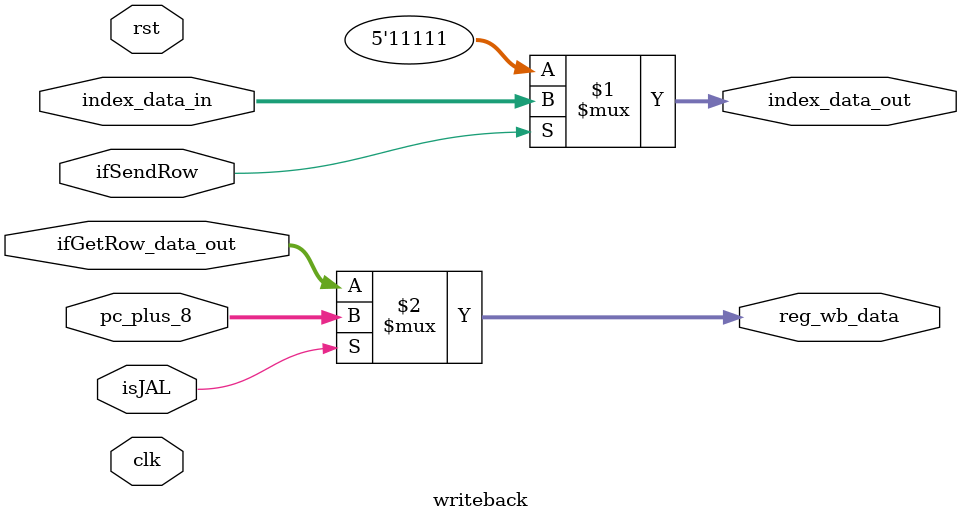
<source format=v>
module writeback(reg_wb_data, ifGetRow_data_out, pc_plus_8, isJAL,
                 index_data_in, index_data_out, ifSendRow, clk, rst);

input [4:0] index_data_in;
input [31:0] ifGetRow_data_out, pc_plus_8;
input clk, rst, ifSendRow, isJAL;

output [31:0] reg_wb_data;
output [4:0] index_data_out;

// Send row index mux to graphics
assign index_data_out = ifSendRow ? index_data_in : 5'b11111;

// isJAL instruction mux (routes to decode's RF)
assign reg_wb_data = isJAL ? pc_plus_8 : ifGetRow_data_out;

endmodule

</source>
